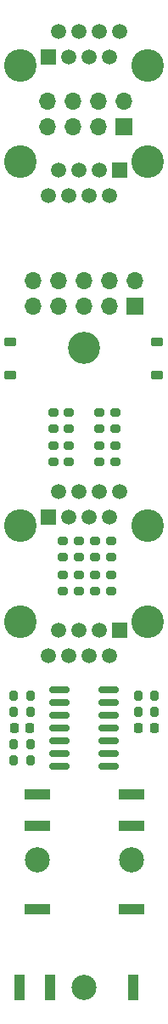
<source format=gbr>
%TF.GenerationSoftware,KiCad,Pcbnew,7.0.5*%
%TF.CreationDate,2023-07-06T16:05:27+01:00*%
%TF.ProjectId,QuangoBreakout_Controls,5175616e-676f-4427-9265-616b6f75745f,rev?*%
%TF.SameCoordinates,Original*%
%TF.FileFunction,Soldermask,Bot*%
%TF.FilePolarity,Negative*%
%FSLAX46Y46*%
G04 Gerber Fmt 4.6, Leading zero omitted, Abs format (unit mm)*
G04 Created by KiCad (PCBNEW 7.0.5) date 2023-07-06 16:05:27*
%MOMM*%
%LPD*%
G01*
G04 APERTURE LIST*
G04 Aperture macros list*
%AMRoundRect*
0 Rectangle with rounded corners*
0 $1 Rounding radius*
0 $2 $3 $4 $5 $6 $7 $8 $9 X,Y pos of 4 corners*
0 Add a 4 corners polygon primitive as box body*
4,1,4,$2,$3,$4,$5,$6,$7,$8,$9,$2,$3,0*
0 Add four circle primitives for the rounded corners*
1,1,$1+$1,$2,$3*
1,1,$1+$1,$4,$5*
1,1,$1+$1,$6,$7*
1,1,$1+$1,$8,$9*
0 Add four rect primitives between the rounded corners*
20,1,$1+$1,$2,$3,$4,$5,0*
20,1,$1+$1,$4,$5,$6,$7,0*
20,1,$1+$1,$6,$7,$8,$9,0*
20,1,$1+$1,$8,$9,$2,$3,0*%
G04 Aperture macros list end*
%ADD10C,3.250000*%
%ADD11C,1.500000*%
%ADD12R,1.500000X1.500000*%
%ADD13C,2.500000*%
%ADD14R,1.000000X2.500000*%
%ADD15R,2.500000X1.000000*%
%ADD16C,3.200000*%
%ADD17RoundRect,0.225000X-0.225000X-0.250000X0.225000X-0.250000X0.225000X0.250000X-0.225000X0.250000X0*%
%ADD18RoundRect,0.200000X-0.275000X0.200000X-0.275000X-0.200000X0.275000X-0.200000X0.275000X0.200000X0*%
%ADD19RoundRect,0.200000X0.275000X-0.200000X0.275000X0.200000X-0.275000X0.200000X-0.275000X-0.200000X0*%
%ADD20RoundRect,0.150000X-0.825000X-0.150000X0.825000X-0.150000X0.825000X0.150000X-0.825000X0.150000X0*%
%ADD21R,1.700000X1.700000*%
%ADD22O,1.700000X1.700000*%
%ADD23RoundRect,0.200000X0.200000X0.275000X-0.200000X0.275000X-0.200000X-0.275000X0.200000X-0.275000X0*%
%ADD24RoundRect,0.200000X-0.200000X-0.275000X0.200000X-0.275000X0.200000X0.275000X-0.200000X0.275000X0*%
%ADD25RoundRect,0.225000X0.225000X0.250000X-0.225000X0.250000X-0.225000X-0.250000X0.225000X-0.250000X0*%
%ADD26RoundRect,0.225000X-0.375000X0.225000X-0.375000X-0.225000X0.375000X-0.225000X0.375000X0.225000X0*%
%ADD27RoundRect,0.225000X0.375000X-0.225000X0.375000X0.225000X-0.375000X0.225000X-0.375000X-0.225000X0*%
G04 APERTURE END LIST*
D10*
%TO.C,J1*%
X53050000Y-62800000D03*
X65750000Y-62800000D03*
D11*
X62960000Y-59370000D03*
X61930000Y-61910000D03*
X60930000Y-59370000D03*
X59910000Y-61910000D03*
X58900000Y-59370000D03*
X57880000Y-61910000D03*
X56870000Y-59370000D03*
D12*
X55850000Y-61910000D03*
%TD*%
D10*
%TO.C,J2*%
X65750000Y-72300000D03*
X53050000Y-72300000D03*
D11*
X55840000Y-75730000D03*
X56870000Y-73190000D03*
X57870000Y-75730000D03*
X58890000Y-73190000D03*
X59900000Y-75730000D03*
X60920000Y-73190000D03*
X61930000Y-75730000D03*
D12*
X62950000Y-73190000D03*
%TD*%
D13*
%TO.C,J9*%
X59400000Y-154500000D03*
D14*
X52920000Y-154500000D03*
X56020000Y-154500000D03*
X64320000Y-154500000D03*
%TD*%
D13*
%TO.C,J8*%
X64100000Y-141800000D03*
D15*
X64100000Y-135320000D03*
X64100000Y-138420000D03*
X64100000Y-146720000D03*
%TD*%
D10*
%TO.C,J3*%
X65750000Y-118100000D03*
X53050000Y-118100000D03*
D11*
X55840000Y-121530000D03*
X56870000Y-118990000D03*
X57870000Y-121530000D03*
X58890000Y-118990000D03*
X59900000Y-121530000D03*
X60920000Y-118990000D03*
X61930000Y-121530000D03*
D12*
X62950000Y-118990000D03*
%TD*%
D16*
%TO.C,H1*%
X59400000Y-90900000D03*
%TD*%
D13*
%TO.C,J7*%
X54700000Y-141800000D03*
D15*
X54700000Y-135320000D03*
X54700000Y-138420000D03*
X54700000Y-146720000D03*
%TD*%
D10*
%TO.C,J4*%
X53050000Y-108600000D03*
X65750000Y-108600000D03*
D11*
X62960000Y-105170000D03*
X61930000Y-107710000D03*
X60930000Y-105170000D03*
X59910000Y-107710000D03*
X58900000Y-105170000D03*
X57880000Y-107710000D03*
X56870000Y-105170000D03*
D12*
X55850000Y-107710000D03*
%TD*%
D17*
%TO.C,C2*%
X64825000Y-128700000D03*
X66375000Y-128700000D03*
%TD*%
D18*
%TO.C,R6*%
X62500000Y-100575000D03*
X62500000Y-102225000D03*
%TD*%
D19*
%TO.C,R20*%
X56300000Y-98925000D03*
X56300000Y-97275000D03*
%TD*%
D18*
%TO.C,R5*%
X60900000Y-100575000D03*
X60900000Y-102225000D03*
%TD*%
D20*
%TO.C,U1*%
X56925000Y-132510000D03*
X56925000Y-131240000D03*
X56925000Y-129970000D03*
X56925000Y-128700000D03*
X56925000Y-127430000D03*
X56925000Y-126160000D03*
X56925000Y-124890000D03*
X61875000Y-124890000D03*
X61875000Y-126160000D03*
X61875000Y-127430000D03*
X61875000Y-128700000D03*
X61875000Y-129970000D03*
X61875000Y-131240000D03*
X61875000Y-132510000D03*
%TD*%
D21*
%TO.C,J10*%
X63400000Y-68875000D03*
D22*
X63400000Y-66335000D03*
X60860000Y-68875000D03*
X60860000Y-66335000D03*
X58320000Y-68875000D03*
X58320000Y-66335000D03*
X55780000Y-68875000D03*
X55780000Y-66335000D03*
%TD*%
D18*
%TO.C,R4*%
X62100000Y-110075000D03*
X62100000Y-111725000D03*
%TD*%
%TO.C,R18*%
X62500000Y-97275000D03*
X62500000Y-98925000D03*
%TD*%
D23*
%TO.C,R22*%
X66425000Y-125500000D03*
X64775000Y-125500000D03*
%TD*%
D24*
%TO.C,R12*%
X52375000Y-125500000D03*
X54025000Y-125500000D03*
%TD*%
D19*
%TO.C,R14*%
X58900000Y-115125000D03*
X58900000Y-113475000D03*
%TD*%
D25*
%TO.C,C1*%
X53975000Y-128700000D03*
X52425000Y-128700000D03*
%TD*%
D26*
%TO.C,D2*%
X66700000Y-90250000D03*
X66700000Y-93550000D03*
%TD*%
D24*
%TO.C,R11*%
X52375000Y-131900000D03*
X54025000Y-131900000D03*
%TD*%
%TO.C,R10*%
X52375000Y-127100000D03*
X54025000Y-127100000D03*
%TD*%
%TO.C,R9*%
X52375000Y-130300000D03*
X54025000Y-130300000D03*
%TD*%
D18*
%TO.C,R8*%
X56300000Y-100575000D03*
X56300000Y-102225000D03*
%TD*%
D19*
%TO.C,R15*%
X60500000Y-115125000D03*
X60500000Y-113475000D03*
%TD*%
D27*
%TO.C,D1*%
X52000000Y-93550000D03*
X52000000Y-90250000D03*
%TD*%
D18*
%TO.C,R19*%
X57900000Y-97275000D03*
X57900000Y-98925000D03*
%TD*%
%TO.C,R16*%
X62100000Y-113475000D03*
X62100000Y-115125000D03*
%TD*%
%TO.C,R1*%
X57300000Y-110075000D03*
X57300000Y-111725000D03*
%TD*%
D23*
%TO.C,R21*%
X66425000Y-127100000D03*
X64775000Y-127100000D03*
%TD*%
D21*
%TO.C,J6*%
X64475000Y-86700000D03*
D22*
X64475000Y-84160000D03*
X61935000Y-86700000D03*
X61935000Y-84160000D03*
X59395000Y-86700000D03*
X59395000Y-84160000D03*
X56855000Y-86700000D03*
X56855000Y-84160000D03*
X54315000Y-86700000D03*
X54315000Y-84160000D03*
%TD*%
D18*
%TO.C,R7*%
X57900000Y-100575000D03*
X57900000Y-102225000D03*
%TD*%
%TO.C,R3*%
X60500000Y-110075000D03*
X60500000Y-111725000D03*
%TD*%
%TO.C,R2*%
X58900000Y-110075000D03*
X58900000Y-111725000D03*
%TD*%
D19*
%TO.C,R13*%
X57300000Y-115125000D03*
X57300000Y-113475000D03*
%TD*%
D18*
%TO.C,R17*%
X60900000Y-97275000D03*
X60900000Y-98925000D03*
%TD*%
M02*

</source>
